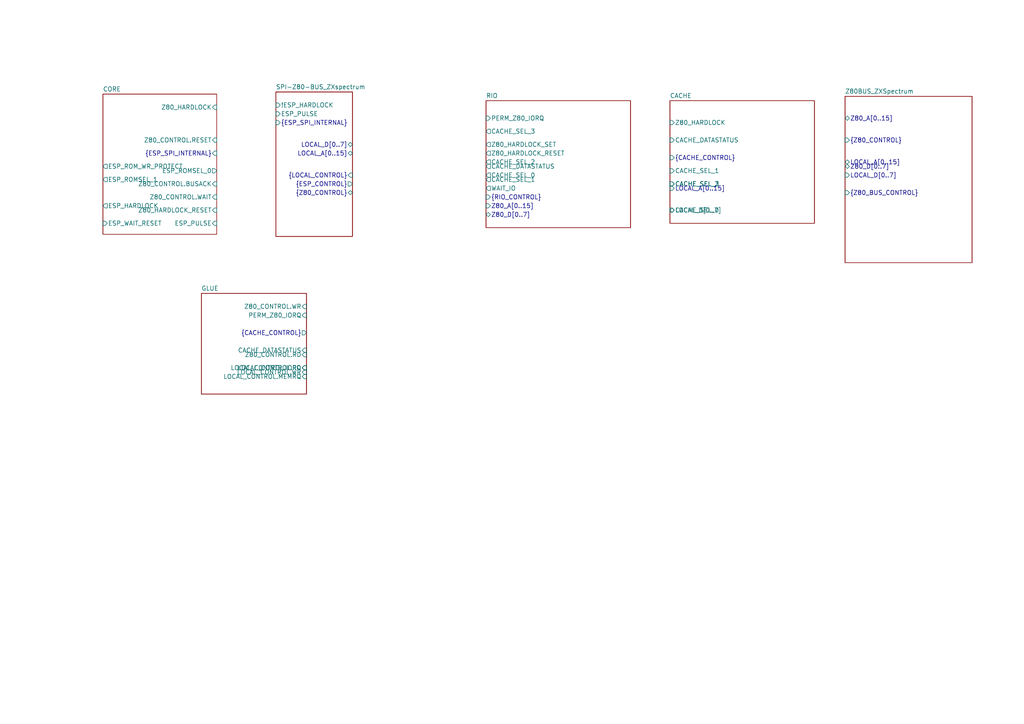
<source format=kicad_sch>
(kicad_sch (version 20230121) (generator eeschema)
  (paper "A4")
  (lib_symbols)
  (sheet (at 58.42 85.09) (size 30.48 29.21) (stroke (width 0.1524))
    (property "Sheetname" "GLUE" (at 58.42 84.3784 0) (effects (justify left bottom)))
    (property "Sheetfile" "../../FujiNet_Z80Bus_Modules/GLUE_ZXspectrum/CACHE CONTROL.kicad_sch" (effects hide))
    (pin "Z80_CONTROL.WR" input (at 88.9 88.9 0))
    (pin "PERM_Z80_IORQ" input (at 88.9 91.44 0))
    (pin "{CACHE_CONTROL}" output (at 88.9 96.52 0))
    (pin "CACHE_DATASTATUS" input (at 88.9 101.6 0))
    (pin "LOCAL_CONTROL.IORQ" input (at 88.9 106.68 0))
    (pin "LOCAL_CONTROL.MEMRQ" input (at 88.9 109.22 0))
    (pin "Z80_CONTROL.RD" input (at 88.9 102.87 0))
    (pin "LOCAL_CONTROL.RD" input (at 88.9 106.68 0))
    (pin "LOCAL_CONTROL.WR" input (at 88.9 107.95 0))
  )
  (sheet (at 245.11 27.94) (size 36.83 48.26) (stroke (width 0.1524))
    (property "Sheetname" "Z80BUS_ZXSpectrum" (at 245.11 27.2284 0) (effects (justify left bottom)))
    (property "Sheetfile" "../../FujiNet_Z80Bus_Modules/Z80-BUS_ZXspectrum48K/Z80-BUS_ZXspectrum48K.kicad_sch" (effects hide))
    (pin "Z80_A[0..15]" bidirectional (at 245.11 34.29 180))
    (pin "{Z80_CONTROL}" input (at 245.11 40.64 180))
    (pin "LOCAL_A[0..15]" bidirectional (at 245.11 46.99 180))
    (pin "Z80_D[0..7]" bidirectional (at 245.11 48.26 180))
    (pin "LOCAL_D[0..7]" input (at 245.11 50.8 180))
    (pin "{Z80_BUS_CONTROL}" input (at 245.11 55.88 180))
  )
  (sheet (at 194.31 29.21) (size 41.91 35.56) (stroke (width 0.1524))
    (property "Sheetname" "CACHE" (at 194.31 28.4984 0) (effects (justify left bottom)))
    (property "Sheetfile" "../../FujiNet_Z80Bus_Modules/IOCACHE-128K_ZXspectrum/IOCACHE-128K_ZXspectrum.kicad_sch" (effects hide))
    (pin "Z80_HARDLOCK" input (at 194.31 35.56 180))
    (pin "CACHE_DATASTATUS" input (at 194.31 40.64 180))
    (pin "{CACHE_CONTROL}" input (at 194.31 45.72 180))
    (pin "CACHE_SEL_1" input (at 194.31 49.53 180))
    (pin "CACHE_SEL_3" input (at 194.31 53.34 180))
    (pin "CACHE_SEL_2" input (at 194.31 53.34 180))
    (pin "CACHE_SEL_0" input (at 194.31 60.96 180))
    (pin "LOCAL_D[0..7]" bidirectional (at 194.31 60.96 180))
    (pin "LOCAL_A[0..15]" input (at 194.31 54.61 180))
  )
  (sheet (at 29.845 27.305) (size 33.02 40.64) (stroke (width 0.1524))
    (property "Sheetname" "CORE" (at 29.845 26.5934 0) (effects (justify left bottom)))
    (property "Sheetfile" "../../FujiNet_Z80Bus_Modules/CORE_ESP32-WROVER/CORE_ESP32-WROVER.kicad_sch" (effects hide))
    (pin "Z80_HARDLOCK" input (at 62.865 31.115 0))
    (pin "ESP_WAIT_RESET" input (at 29.845 64.77 180))
    (pin "ESP_PULSE" input (at 62.865 64.77 0))
    (pin "{ESP_SPI_INTERNAL}" input (at 62.865 44.45 0))
    (pin "Z80_CONTROL.BUSACK" input (at 62.865 53.34 0))
    (pin "Z80_CONTROL.WAIT" input (at 62.865 57.15 0))
    (pin "Z80_HARDLOCK_RESET" input (at 62.865 60.96 0))
    (pin "ESP_ROM_WR_PROTECT" output (at 29.845 48.26 180))
    (pin "Z80_CONTROL.RESET" input (at 62.865 40.64 0))
    (pin "ESP_ROMSEL_0" output (at 62.865 49.53 0))
    (pin "ESP_ROMSEL_1" output (at 29.845 52.07 180))
    (pin "ESP_HARDLOCK" output (at 29.845 59.69 180))
  )
  (sheet (at 80.01 26.67) (size 22.225 41.91) (stroke (width 0.1524))
    (property "Sheetname" "SPI-Z80-BUS_ZXspectrum" (at 80.01 25.9584 0) (effects (justify left bottom)))
    (property "Sheetfile" "../../FujiNet_Z80Bus_Modules/SPI-Z80-BUS_ZXspectrum/SPI-Z80-BUS_ZXspectrum.kicad_sch" (effects hide))
    (pin "LOCAL_A[0..15]" bidirectional (at 102.235 44.45 0))
    (pin "{LOCAL_CONTROL}" input (at 102.235 50.8 0))
    (pin "{Z80_CONTROL}" bidirectional (at 102.235 55.88 0))
    (pin "LOCAL_D[0..7]" bidirectional (at 102.235 41.91 0))
    (pin "{ESP_SPI_INTERNAL}" input (at 80.01 35.56 180))
    (pin "!ESP_HARDLOCK" input (at 80.01 30.48 180))
    (pin "ESP_PULSE" input (at 80.01 33.02 180))
    (pin "{ESP_CONTROL}" output (at 102.235 53.34 0))
  )
  (sheet (at 140.97 29.21) (size 41.91 36.83) (stroke (width 0.1524))
    (property "Sheetname" "RIO" (at 140.97 28.4984 0) (effects (justify left bottom)))
    (property "Sheetfile" "../../FujiNet_Z80Bus_Modules/RIO-128K_ZXspectrum/RIO-128K_ZXspectrum.kicad_sch" (effects hide))
    (pin "PERM_Z80_IORQ" input (at 140.97 34.29 180))
    (pin "CACHE_SEL_3" output (at 140.97 38.1 180))
    (pin "Z80_HARDLOCK_SET" output (at 140.97 41.91 180))
    (pin "Z80_HARDLOCK_RESET" output (at 140.97 44.45 180))
    (pin "CACHE_SEL_2" output (at 140.97 46.99 180))
    (pin "CACHE_DATASTATUS" output (at 140.97 48.26 180))
    (pin "CACHE_SEL_0" output (at 140.97 50.8 180))
    (pin "CACHE_SEL_1" output (at 140.97 52.07 180))
    (pin "WAIT_IO" output (at 140.97 54.61 180))
    (pin "{RIO_CONTROL}" input (at 140.97 57.15 180))
    (pin "Z80_A[0..15]" input (at 140.97 59.69 180))
    (pin "Z80_D[0..7]" bidirectional (at 140.97 62.23 180))
  )
)
</source>
